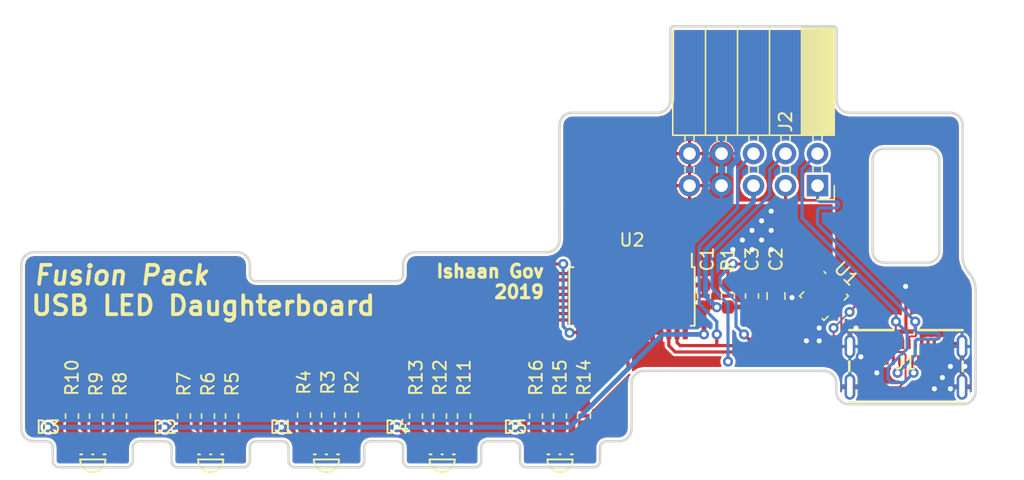
<source format=kicad_pcb>
(kicad_pcb (version 20171130) (host pcbnew "(5.0.0)")
  (layers (0 F.Cu signal) (31 B.Cu signal) (34 B.Paste user) (35 F.Paste user) (36 B.SilkS user) (37 F.SilkS user) (38 B.Mask user) (39 F.Mask user) (44 Edge.Cuts user))
  (net 0 "")
  (net 1 GND)
  (net 2 +3V3)
  (net 3 "Net-(D1-Pad2)")
  (net 4 "Net-(D1-Pad4)")
  (net 5 "Net-(D1-Pad3)")
  (net 6 "Net-(D2-Pad3)")
  (net 7 "Net-(D2-Pad4)")
  (net 8 "Net-(D2-Pad2)")
  (net 9 "Net-(D3-Pad2)")
  (net 10 "Net-(D3-Pad4)")
  (net 11 "Net-(D3-Pad3)")
  (net 12 "Net-(D4-Pad3)")
  (net 13 "Net-(D4-Pad4)")
  (net 14 "Net-(D4-Pad2)")
  (net 15 "Net-(D5-Pad2)")
  (net 16 "Net-(D5-Pad4)")
  (net 17 "Net-(D5-Pad3)")
  (net 18 VBUS)
  (net 19 "Net-(J1-PadA5)")
  (net 20 /D+)
  (net 21 /D-)
  (net 22 "Net-(J1-PadB5)")
  (net 23 /INT)
  (net 24 /SCL)
  (net 25 /SDA)
  (net 26 "Net-(R2-Pad2)")
  (net 27 "Net-(R3-Pad2)")
  (net 28 "Net-(R4-Pad2)")
  (net 29 "Net-(R5-Pad2)")
  (net 30 "Net-(R6-Pad2)")
  (net 31 "Net-(R7-Pad2)")
  (net 32 "Net-(R8-Pad2)")
  (net 33 "Net-(R9-Pad2)")
  (net 34 "Net-(R10-Pad2)")
  (net 35 "Net-(R11-Pad2)")
  (net 36 "Net-(R12-Pad2)")
  (net 37 "Net-(R13-Pad2)")
  (net 38 "Net-(R14-Pad2)")
  (net 39 "Net-(R15-Pad2)")
  (net 40 "Net-(R16-Pad2)")
  (module Connector_USB:USB_C_Receptacle_TE_2305018-2 (layer F.Cu) (at 174.25 128)
    (fp_text reference J1 (at -0.028 -1.871) (layer F.SilkS))
    (fp_text value USB_C_Receptacle)
    (pad S1 thru_hole oval (at -4.45 0) (size 0.85 2.05) (drill oval 0.45 1.65) (layers *.Cu *.Mask) (net 1 GND))
    (pad S1 thru_hole oval (at 4.45 0) (size 0.85 2.05) (drill oval 0.45 1.65) (layers *.Cu *.Mask) (net 1 GND))
    (pad S1 thru_hole oval (at -4.45 -3.2) (size 0.85 1.85) (drill oval 0.45 1.45) (layers *.Cu *.Mask) (net 1 GND))
    (pad S1 thru_hole oval (at 4.45 -3.2) (size 0.85 1.85) (drill oval 0.45 1.45) (layers *.Cu *.Mask) (net 1 GND))
    (pad S1 smd rect (at 0 -4.38) (size 1.2 0.35) (layers F.Cu F.Paste F.Mask) (net 1 GND))
    (pad S1 smd rect (at -3.55 -3.375) (size 0.3 0.75) (layers F.Cu F.Paste F.Mask) (net 1 GND))
    (pad A1 smd rect (at -3.05 -3.375) (size 0.25 0.75) (layers F.Cu F.Paste F.Mask) (net 1 GND))
    (pad A2 smd rect (at -2.25 -3.375) (size 0.25 0.75) (layers F.Cu F.Paste F.Mask))
    (pad A3 smd rect (at -1.75 -3.375) (size 0.25 0.75) (layers F.Cu F.Paste F.Mask))
    (pad A4 smd rect (at -1.25 -3.375) (size 0.25 0.75) (layers F.Cu F.Paste F.Mask) (net 18 VBUS))
    (pad A5 smd rect (at -0.75 -3.375) (size 0.25 0.75) (layers F.Cu F.Paste F.Mask) (net 19 "Net-(J1-PadA5)"))
    (pad A6 smd rect (at -0.25 -3.375) (size 0.25 0.75) (layers F.Cu F.Paste F.Mask) (net 20 /D+))
    (pad A7 smd rect (at 0.25 -3.375) (size 0.25 0.75) (layers F.Cu F.Paste F.Mask) (net 21 /D-))
    (pad A8 smd rect (at 0.75 -3.375) (size 0.25 0.75) (layers F.Cu F.Paste F.Mask))
    (pad A9 smd rect (at 1.25 -3.375) (size 0.25 0.75) (layers F.Cu F.Paste F.Mask) (net 18 VBUS))
    (pad A10 smd rect (at 1.75 -3.375) (size 0.25 0.75) (layers F.Cu F.Paste F.Mask))
    (pad A11 smd rect (at 2.25 -3.375) (size 0.25 0.75) (layers F.Cu F.Paste F.Mask))
    (pad A12 smd rect (at 3.05 -3.375) (size 0.25 0.75) (layers F.Cu F.Paste F.Mask) (net 1 GND))
    (pad S1 smd rect (at 3.55 -3.375) (size 0.3 0.75) (layers F.Cu F.Paste F.Mask) (net 1 GND))
    (pad B1 smd rect (at 3 -2.125) (size 0.25 0.75) (layers F.Cu F.Paste F.Mask) (net 1 GND))
    (pad B2 smd rect (at 2.5 -2.125) (size 0.25 0.75) (layers F.Cu F.Paste F.Mask))
    (pad B3 smd rect (at 2 -2.125) (size 0.25 0.75) (layers F.Cu F.Paste F.Mask))
    (pad B4 smd rect (at 1.5 -2.125) (size 0.25 0.75) (layers F.Cu F.Paste F.Mask) (net 18 VBUS))
    (pad B5 smd rect (at 1 -2.125) (size 0.25 0.75) (layers F.Cu F.Paste F.Mask) (net 22 "Net-(J1-PadB5)"))
    (pad B6 smd rect (at 0.5 -2.125) (size 0.25 0.75) (layers F.Cu F.Paste F.Mask) (net 20 /D+))
    (pad B7 smd rect (at -0.5 -2.125) (size 0.25 0.75) (layers F.Cu F.Paste F.Mask) (net 21 /D-))
    (pad B8 smd rect (at -1 -2.125) (size 0.25 0.75) (layers F.Cu F.Paste F.Mask))
    (pad B9 smd rect (at -1.5 -2.125) (size 0.25 0.75) (layers F.Cu F.Paste F.Mask) (net 18 VBUS))
    (pad B10 smd rect (at -2 -2.125) (size 0.25 0.75) (layers F.Cu F.Paste F.Mask))
    (pad B11 smd rect (at -2.5 -2.125) (size 0.25 0.75) (layers F.Cu F.Paste F.Mask))
    (pad B12 smd rect (at -3 -2.125) (size 0.25 0.75) (layers F.Cu F.Paste F.Mask) (net 1 GND))
  )
  (module Capacitor_SMD:C_0603_1608Metric_Pad1.05x0.95mm_HandSolder (layer F.Cu) (at 158.22 120.795 90)
    (fp_text reference C1 (at 2.921 0.254 90) (layer F.SilkS))
    (fp_text value 100n)
    (pad 2 smd roundrect (at 0.875 0 90) (size 1.05 0.95) (layers F.Cu F.Paste F.Mask) (net 1 GND))
    (pad 1 smd roundrect (at -0.875 0 90) (size 1.05 0.95) (layers F.Cu F.Paste F.Mask) (net 2 +3V3))
  )
  (module Capacitor_SMD:C_0805_2012Metric_Pad1.15x1.40mm_HandSolder (layer F.Cu) (at 163.935 120.795 90)
    (fp_text reference C2 (at 2.921 0 90) (layer F.SilkS))
    (fp_text value 4u7)
    (pad 2 smd roundrect (at 1.025 0 90) (size 1.15 1.4) (layers F.Cu F.Paste F.Mask) (roundrect_rratio 0.217391) (net 1 GND))
    (pad 1 smd roundrect (at -1.025 0 90) (size 1.15 1.4) (layers F.Cu F.Paste F.Mask) (roundrect_rratio 0.217391) (net 2 +3V3))
  )
  (module Capacitor_SMD:C_0603_1608Metric_Pad1.05x0.95mm_HandSolder (layer F.Cu) (at 162.03 120.795 90)
    (fp_text reference C3 (at 2.921 0 90) (layer F.SilkS))
    (fp_text value 100n)
    (pad 2 smd roundrect (at 0.875 0 90) (size 1.05 0.95) (layers F.Cu F.Paste F.Mask) (net 1 GND))
    (pad 1 smd roundrect (at -0.875 0 90) (size 1.05 0.95) (layers F.Cu F.Paste F.Mask) (net 2 +3V3))
  )
  (module LED_SMD:LED_RGB_Wurth_1204_Right (layer F.Cu) (at 128.25 133.567)
    (fp_text reference D1 (at -3.558 -2.358) (layer F.SilkS))
    (fp_text value LED_ARGB)
    (pad 3 smd rect (at 0.45 -0.325) (size 0.6 0.6) (layers F.Cu F.Paste F.Mask) (net 5 "Net-(D1-Pad3)"))
    (pad 4 smd rect (at -0.45 -0.325) (size 0.6 0.6) (layers F.Cu F.Paste F.Mask) (net 4 "Net-(D1-Pad4)"))
    (pad 2 smd rect (at 1.4 0) (size 0.6 0.9) (layers F.Cu F.Paste F.Mask) (net 3 "Net-(D1-Pad2)"))
    (pad 1 smd rect (at -1.4 0) (size 0.6 0.9) (layers F.Cu F.Paste F.Mask) (net 2 +3V3))
  )
  (module LED_SMD:LED_RGB_Wurth_1204_Right (layer F.Cu) (at 119.063 133.567)
    (fp_text reference D2 (at -3.642 -2.358) (layer F.SilkS))
    (fp_text value LED_ARGB)
    (pad 3 smd rect (at 0.45 -0.325) (size 0.6 0.6) (layers F.Cu F.Paste F.Mask) (net 6 "Net-(D2-Pad3)"))
    (pad 4 smd rect (at -0.45 -0.325) (size 0.6 0.6) (layers F.Cu F.Paste F.Mask) (net 7 "Net-(D2-Pad4)"))
    (pad 2 smd rect (at 1.4 0) (size 0.6 0.9) (layers F.Cu F.Paste F.Mask) (net 8 "Net-(D2-Pad2)"))
    (pad 1 smd rect (at -1.4 0) (size 0.6 0.9) (layers F.Cu F.Paste F.Mask) (net 2 +3V3))
  )
  (module LED_SMD:LED_RGB_Wurth_1204_Right (layer F.Cu) (at 109.706 133.567)
    (fp_text reference D3 (at -3.556 -2.358) (layer F.SilkS))
    (fp_text value LED_ARGB)
    (pad 3 smd rect (at 0.45 -0.325) (size 0.6 0.6) (layers F.Cu F.Paste F.Mask) (net 11 "Net-(D3-Pad3)"))
    (pad 4 smd rect (at -0.45 -0.325) (size 0.6 0.6) (layers F.Cu F.Paste F.Mask) (net 10 "Net-(D3-Pad4)"))
    (pad 2 smd rect (at 1.4 0) (size 0.6 0.9) (layers F.Cu F.Paste F.Mask) (net 9 "Net-(D3-Pad2)"))
    (pad 1 smd rect (at -1.4 0) (size 0.6 0.9) (layers F.Cu F.Paste F.Mask) (net 2 +3V3))
  )
  (module LED_SMD:LED_RGB_Wurth_1204_Right (layer F.Cu) (at 137.437 133.567)
    (fp_text reference D4 (at -3.601 -2.358) (layer F.SilkS))
    (fp_text value LED_ARGB)
    (pad 3 smd rect (at 0.45 -0.325) (size 0.6 0.6) (layers F.Cu F.Paste F.Mask) (net 12 "Net-(D4-Pad3)"))
    (pad 4 smd rect (at -0.45 -0.325) (size 0.6 0.6) (layers F.Cu F.Paste F.Mask) (net 13 "Net-(D4-Pad4)"))
    (pad 2 smd rect (at 1.4 0) (size 0.6 0.9) (layers F.Cu F.Paste F.Mask) (net 14 "Net-(D4-Pad2)"))
    (pad 1 smd rect (at -1.4 0) (size 0.6 0.9) (layers F.Cu F.Paste F.Mask) (net 2 +3V3))
  )
  (module LED_SMD:LED_RGB_Wurth_1204_Right (layer F.Cu) (at 146.794 133.567)
    (fp_text reference D5 (at -3.56 -2.358) (layer F.SilkS))
    (fp_text value LED_ARGB)
    (pad 3 smd rect (at 0.45 -0.325) (size 0.6 0.6) (layers F.Cu F.Paste F.Mask) (net 17 "Net-(D5-Pad3)"))
    (pad 4 smd rect (at -0.45 -0.325) (size 0.6 0.6) (layers F.Cu F.Paste F.Mask) (net 16 "Net-(D5-Pad4)"))
    (pad 2 smd rect (at 1.4 0) (size 0.6 0.9) (layers F.Cu F.Paste F.Mask) (net 15 "Net-(D5-Pad2)"))
    (pad 1 smd rect (at -1.4 0) (size 0.6 0.9) (layers F.Cu F.Paste F.Mask) (net 2 +3V3))
  )
  (module Connector_PinSocket_2.54mm:PinSocket_2x05_P2.54mm_Horizontal (layer F.Cu) (at 167.23 112.033 270)
    (fp_text reference J2 (at -5.081 2.533 270) (layer F.SilkS))
    (fp_text value Conn_02x05_Odd_Even)
    (pad 10 thru_hole oval (at -2.54 10.16 270) (size 1.7 1.7) (drill 1) (layers *.Cu *.Mask) (net 18 VBUS))
    (pad 9 thru_hole oval (at 0 10.16 270) (size 1.7 1.7) (drill 1) (layers *.Cu *.Mask) (net 18 VBUS))
    (pad 8 thru_hole oval (at -2.54 7.62 270) (size 1.7 1.7) (drill 1) (layers *.Cu *.Mask) (net 1 GND))
    (pad 7 thru_hole oval (at 0 7.62 270) (size 1.7 1.7) (drill 1) (layers *.Cu *.Mask) (net 1 GND))
    (pad 6 thru_hole oval (at -2.54 5.08 270) (size 1.7 1.7) (drill 1) (layers *.Cu *.Mask) (net 25 /SDA))
    (pad 5 thru_hole oval (at 0 5.08 270) (size 1.7 1.7) (drill 1) (layers *.Cu *.Mask) (net 2 +3V3))
    (pad 4 thru_hole oval (at -2.54 2.54 270) (size 1.7 1.7) (drill 1) (layers *.Cu *.Mask) (net 24 /SCL))
    (pad 3 thru_hole oval (at 0 2.54 270) (size 1.7 1.7) (drill 1) (layers *.Cu *.Mask) (net 23 /INT))
    (pad 2 thru_hole oval (at -2.54 0 270) (size 1.7 1.7) (drill 1) (layers *.Cu *.Mask) (net 20 /D+))
    (pad 1 thru_hole rect (at 0 0 270) (size 1.7 1.7) (drill 1) (layers *.Cu *.Mask) (net 21 /D-))
  )
  (module Resistor_SMD:R_0603_1608Metric_Pad1.05x0.95mm_HandSolder (layer F.Cu) (at 160.125 120.795 270)
    (fp_text reference R1 (at -2.921 0 270) (layer F.SilkS))
    (fp_text value 10k)
    (pad 2 smd roundrect (at 0.875 0 270) (size 1.05 0.95) (layers F.Cu F.Paste F.Mask) (net 2 +3V3))
    (pad 1 smd roundrect (at -0.875 0 270) (size 1.05 0.95) (layers F.Cu F.Paste F.Mask) (net 23 /INT))
  )
  (module Resistor_SMD:R_0603_1608Metric_Pad1.05x0.95mm_HandSolder (layer F.Cu) (at 130.28 130.25 90)
    (fp_text reference R2 (at 2.597 0 90) (layer F.SilkS))
    (fp_text value 68R)
    (pad 2 smd roundrect (at 0.875 0 90) (size 1.05 0.95) (layers F.Cu F.Paste F.Mask) (net 26 "Net-(R2-Pad2)"))
    (pad 1 smd roundrect (at -0.875 0 90) (size 1.05 0.95) (layers F.Cu F.Paste F.Mask) (net 3 "Net-(D1-Pad2)"))
  )
  (module Resistor_SMD:R_0603_1608Metric_Pad1.05x0.95mm_HandSolder (layer F.Cu) (at 128.375 130.25 90)
    (fp_text reference R3 (at 2.597 0 90) (layer F.SilkS))
    (fp_text value 27R)
    (pad 2 smd roundrect (at 0.875 0 90) (size 1.05 0.95) (layers F.Cu F.Paste F.Mask) (net 27 "Net-(R3-Pad2)"))
    (pad 1 smd roundrect (at -0.875 0 90) (size 1.05 0.95) (layers F.Cu F.Paste F.Mask) (net 5 "Net-(D1-Pad3)"))
  )
  (module Resistor_SMD:R_0603_1608Metric_Pad1.05x0.95mm_HandSolder (layer F.Cu) (at 126.47 130.25 90)
    (fp_text reference R4 (at 2.597 0 90) (layer F.SilkS))
    (fp_text value 15R)
    (pad 2 smd roundrect (at 0.875 0 90) (size 1.05 0.95) (layers F.Cu F.Paste F.Mask) (net 28 "Net-(R4-Pad2)"))
    (pad 1 smd roundrect (at -0.875 0 90) (size 1.05 0.95) (layers F.Cu F.Paste F.Mask) (net 4 "Net-(D1-Pad4)"))
  )
  (module Resistor_SMD:R_0603_1608Metric_Pad1.05x0.95mm_HandSolder (layer F.Cu) (at 120.755 130.32 90)
    (fp_text reference R5 (at 2.54 0 90) (layer F.SilkS))
    (fp_text value 68R)
    (pad 2 smd roundrect (at 0.875 0 90) (size 1.05 0.95) (layers F.Cu F.Paste F.Mask) (net 29 "Net-(R5-Pad2)"))
    (pad 1 smd roundrect (at -0.875 0 90) (size 1.05 0.95) (layers F.Cu F.Paste F.Mask) (net 8 "Net-(D2-Pad2)"))
  )
  (module Resistor_SMD:R_0603_1608Metric_Pad1.05x0.95mm_HandSolder (layer F.Cu) (at 118.85 130.32 90)
    (fp_text reference R6 (at 2.54 0 90) (layer F.SilkS))
    (fp_text value 27R)
    (pad 2 smd roundrect (at 0.875 0 90) (size 1.05 0.95) (layers F.Cu F.Paste F.Mask) (net 30 "Net-(R6-Pad2)"))
    (pad 1 smd roundrect (at -0.875 0 90) (size 1.05 0.95) (layers F.Cu F.Paste F.Mask) (net 6 "Net-(D2-Pad3)"))
  )
  (module Resistor_SMD:R_0603_1608Metric_Pad1.05x0.95mm_HandSolder (layer F.Cu) (at 116.945 130.32 90)
    (fp_text reference R7 (at 2.54 0 90) (layer F.SilkS))
    (fp_text value 15R)
    (pad 2 smd roundrect (at 0.875 0 90) (size 1.05 0.95) (layers F.Cu F.Paste F.Mask) (net 31 "Net-(R7-Pad2)"))
    (pad 1 smd roundrect (at -0.875 0 90) (size 1.05 0.95) (layers F.Cu F.Paste F.Mask) (net 7 "Net-(D2-Pad4)"))
  )
  (module Resistor_SMD:R_0603_1608Metric_Pad1.05x0.95mm_HandSolder (layer F.Cu) (at 111.865 130.32 90)
    (fp_text reference R8 (at 2.54 0 90) (layer F.SilkS))
    (fp_text value 68R)
    (pad 2 smd roundrect (at 0.875 0 90) (size 1.05 0.95) (layers F.Cu F.Paste F.Mask) (net 32 "Net-(R8-Pad2)"))
    (pad 1 smd roundrect (at -0.875 0 90) (size 1.05 0.95) (layers F.Cu F.Paste F.Mask) (net 9 "Net-(D3-Pad2)"))
  )
  (module Resistor_SMD:R_0603_1608Metric_Pad1.05x0.95mm_HandSolder (layer F.Cu) (at 109.96 130.32 90)
    (fp_text reference R9 (at 2.54 0 90) (layer F.SilkS))
    (fp_text value 27R)
    (pad 2 smd roundrect (at 0.875 0 90) (size 1.05 0.95) (layers F.Cu F.Paste F.Mask) (net 33 "Net-(R9-Pad2)"))
    (pad 1 smd roundrect (at -0.875 0 90) (size 1.05 0.95) (layers F.Cu F.Paste F.Mask) (net 11 "Net-(D3-Pad3)"))
  )
  (module Resistor_SMD:R_0603_1608Metric_Pad1.05x0.95mm_HandSolder (layer F.Cu) (at 108.055 130.32 90)
    (fp_text reference R10 (at 3.048 0 90) (layer F.SilkS))
    (fp_text value 15R)
    (pad 2 smd roundrect (at 0.875 0 90) (size 1.05 0.95) (layers F.Cu F.Paste F.Mask) (net 34 "Net-(R10-Pad2)"))
    (pad 1 smd roundrect (at -0.875 0 90) (size 1.05 0.95) (layers F.Cu F.Paste F.Mask) (net 10 "Net-(D3-Pad4)"))
  )
  (module Resistor_SMD:R_0603_1608Metric_Pad1.05x0.95mm_HandSolder (layer F.Cu) (at 139.17 130.32 90)
    (fp_text reference R11 (at 3.048 0 90) (layer F.SilkS))
    (fp_text value 68R)
    (pad 2 smd roundrect (at 0.875 0 90) (size 1.05 0.95) (layers F.Cu F.Paste F.Mask) (net 35 "Net-(R11-Pad2)"))
    (pad 1 smd roundrect (at -0.875 0 90) (size 1.05 0.95) (layers F.Cu F.Paste F.Mask) (net 14 "Net-(D4-Pad2)"))
  )
  (module Resistor_SMD:R_0603_1608Metric_Pad1.05x0.95mm_HandSolder (layer F.Cu) (at 137.265 130.32 90)
    (fp_text reference R12 (at 3.048 0 90) (layer F.SilkS))
    (fp_text value 27R)
    (pad 2 smd roundrect (at 0.875 0 90) (size 1.05 0.95) (layers F.Cu F.Paste F.Mask) (net 36 "Net-(R12-Pad2)"))
    (pad 1 smd roundrect (at -0.875 0 90) (size 1.05 0.95) (layers F.Cu F.Paste F.Mask) (net 12 "Net-(D4-Pad3)"))
  )
  (module Resistor_SMD:R_0603_1608Metric_Pad1.05x0.95mm_HandSolder (layer F.Cu) (at 135.36 130.32 90)
    (fp_text reference R13 (at 3.048 0 90) (layer F.SilkS))
    (fp_text value 15R)
    (pad 2 smd roundrect (at 0.875 0 90) (size 1.05 0.95) (layers F.Cu F.Paste F.Mask) (net 37 "Net-(R13-Pad2)"))
    (pad 1 smd roundrect (at -0.875 0 90) (size 1.05 0.95) (layers F.Cu F.Paste F.Mask) (net 13 "Net-(D4-Pad4)"))
  )
  (module Resistor_SMD:R_0603_1608Metric_Pad1.05x0.95mm_HandSolder (layer F.Cu) (at 148.695 130.32 90)
    (fp_text reference R14 (at 3.048 0 90) (layer F.SilkS))
    (fp_text value 68R)
    (pad 2 smd roundrect (at 0.875 0 90) (size 1.05 0.95) (layers F.Cu F.Paste F.Mask) (net 38 "Net-(R14-Pad2)"))
    (pad 1 smd roundrect (at -0.875 0 90) (size 1.05 0.95) (layers F.Cu F.Paste F.Mask) (net 15 "Net-(D5-Pad2)"))
  )
  (module Resistor_SMD:R_0603_1608Metric_Pad1.05x0.95mm_HandSolder (layer F.Cu) (at 146.79 130.32 90)
    (fp_text reference R15 (at 3.048 0 90) (layer F.SilkS))
    (fp_text value 27R)
    (pad 2 smd roundrect (at 0.875 0 90) (size 1.05 0.95) (layers F.Cu F.Paste F.Mask) (net 39 "Net-(R15-Pad2)"))
    (pad 1 smd roundrect (at -0.875 0 90) (size 1.05 0.95) (layers F.Cu F.Paste F.Mask) (net 17 "Net-(D5-Pad3)"))
  )
  (module Resistor_SMD:R_0603_1608Metric_Pad1.05x0.95mm_HandSolder (layer F.Cu) (at 144.885 130.32 90)
    (fp_text reference R16 (at 3.048 0 90) (layer F.SilkS))
    (fp_text value 15R)
    (pad 2 smd roundrect (at 0.875 0 90) (size 1.05 0.95) (layers F.Cu F.Paste F.Mask) (net 40 "Net-(R16-Pad2)"))
    (pad 1 smd roundrect (at -0.875 0 90) (size 1.05 0.95) (layers F.Cu F.Paste F.Mask) (net 16 "Net-(D5-Pad4)"))
  )
  (module Package_DFN_QFN:WQFN-14-1EP_2.5x2.5mm_P0.5mm_EP1.45x1.45mm (layer F.Cu) (at 167.745 120.795 315)
    (fp_text reference U1 (at 0 -2.5 315) (layer F.SilkS))
    (fp_text value FUSB302BMPX)
    (pad 2 smd rect (at -1.215 0 315) (size 0.58 0.3) (layers F.Cu F.Paste F.Mask) (net 18 VBUS))
    (pad 1 smd rect (at -1.215 -0.5 315) (size 0.58 0.3) (layers F.Cu F.Paste F.Mask) (net 22 "Net-(J1-PadB5)"))
    (pad 3 smd rect (at -1.215 0.5 315) (size 0.58 0.3) (layers F.Cu F.Paste F.Mask) (net 2 +3V3))
    (pad 8 smd rect (at 1.215 0.5 315) (size 0.58 0.3) (layers F.Cu F.Paste F.Mask) (net 1 GND))
    (pad 10 smd rect (at 1.215 -0.5 315) (size 0.58 0.3) (layers F.Cu F.Paste F.Mask) (net 19 "Net-(J1-PadA5)"))
    (pad 9 smd rect (at 1.215 0 315) (size 0.58 0.3) (layers F.Cu F.Paste F.Mask) (net 1 GND))
    (pad 4 smd rect (at -0.75 1.215 315) (size 0.3 0.58) (layers F.Cu F.Paste F.Mask) (net 2 +3V3))
    (pad 5 smd rect (at -0.25 1.215 315) (size 0.3 0.58) (layers F.Cu F.Paste F.Mask) (net 23 /INT))
    (pad 6 smd rect (at 0.25 1.215 315) (size 0.3 0.58) (layers F.Cu F.Paste F.Mask) (net 25 /SDA))
    (pad 7 smd rect (at 0.75 1.215 315) (size 0.3 0.58) (layers F.Cu F.Paste F.Mask) (net 24 /SCL))
    (pad 11 smd rect (at 0.75 -1.215 315) (size 0.3 0.58) (layers F.Cu F.Paste F.Mask) (net 19 "Net-(J1-PadA5)"))
    (pad 12 smd rect (at 0.25 -1.215 315) (size 0.3 0.58) (layers F.Cu F.Paste F.Mask))
    (pad 13 smd rect (at -0.25 -1.215 315) (size 0.3 0.58) (layers F.Cu F.Paste F.Mask))
    (pad 14 smd rect (at -0.75 -1.215 315) (size 0.3 0.58) (layers F.Cu F.Paste F.Mask) (net 22 "Net-(J1-PadB5)"))
    (pad 15 smd rect (at 0 0 315) (size 1.45 1.45) (layers F.Cu F.Mask) (net 1 GND))
  )
  (module Package_SO:TSSOP-28_4.4x9.7mm_P0.65mm (layer F.Cu) (at 152.505 120.83 270)
    (fp_text reference U2 (at -4.48 0 180) (layer F.SilkS))
    (fp_text value PCA9685PW)
    (pad 28 smd rect (at 2.85 -4.225 270) (size 1.1 0.4) (layers F.Cu F.Paste F.Mask) (net 2 +3V3))
    (pad 27 smd rect (at 2.85 -3.575 270) (size 1.1 0.4) (layers F.Cu F.Paste F.Mask) (net 25 /SDA))
    (pad 26 smd rect (at 2.85 -2.925 270) (size 1.1 0.4) (layers F.Cu F.Paste F.Mask) (net 24 /SCL))
    (pad 25 smd rect (at 2.85 -2.275 270) (size 1.1 0.4) (layers F.Cu F.Paste F.Mask) (net 1 GND))
    (pad 24 smd rect (at 2.85 -1.625 270) (size 1.1 0.4) (layers F.Cu F.Paste F.Mask) (net 1 GND))
    (pad 23 smd rect (at 2.85 -0.975 270) (size 1.1 0.4) (layers F.Cu F.Paste F.Mask) (net 1 GND))
    (pad 22 smd rect (at 2.85 -0.325 270) (size 1.1 0.4) (layers F.Cu F.Paste F.Mask))
    (pad 21 smd rect (at 2.85 0.325 270) (size 1.1 0.4) (layers F.Cu F.Paste F.Mask) (net 38 "Net-(R14-Pad2)"))
    (pad 20 smd rect (at 2.85 0.975 270) (size 1.1 0.4) (layers F.Cu F.Paste F.Mask) (net 39 "Net-(R15-Pad2)"))
    (pad 19 smd rect (at 2.85 1.625 270) (size 1.1 0.4) (layers F.Cu F.Paste F.Mask) (net 40 "Net-(R16-Pad2)"))
    (pad 18 smd rect (at 2.85 2.275 270) (size 1.1 0.4) (layers F.Cu F.Paste F.Mask) (net 35 "Net-(R11-Pad2)"))
    (pad 17 smd rect (at 2.85 2.925 270) (size 1.1 0.4) (layers F.Cu F.Paste F.Mask) (net 36 "Net-(R12-Pad2)"))
    (pad 16 smd rect (at 2.85 3.575 270) (size 1.1 0.4) (layers F.Cu F.Paste F.Mask) (net 37 "Net-(R13-Pad2)"))
    (pad 15 smd rect (at 2.85 4.225 270) (size 1.1 0.4) (layers F.Cu F.Paste F.Mask) (net 34 "Net-(R10-Pad2)"))
    (pad 14 smd rect (at -2.85 4.225 270) (size 1.1 0.4) (layers F.Cu F.Paste F.Mask) (net 1 GND))
    (pad 13 smd rect (at -2.85 3.575 270) (size 1.1 0.4) (layers F.Cu F.Paste F.Mask) (net 33 "Net-(R9-Pad2)"))
    (pad 12 smd rect (at -2.85 2.925 270) (size 1.1 0.4) (layers F.Cu F.Paste F.Mask) (net 32 "Net-(R8-Pad2)"))
    (pad 11 smd rect (at -2.85 2.275 270) (size 1.1 0.4) (layers F.Cu F.Paste F.Mask) (net 31 "Net-(R7-Pad2)"))
    (pad 10 smd rect (at -2.85 1.625 270) (size 1.1 0.4) (layers F.Cu F.Paste F.Mask) (net 30 "Net-(R6-Pad2)"))
    (pad 9 smd rect (at -2.85 0.975 270) (size 1.1 0.4) (layers F.Cu F.Paste F.Mask) (net 29 "Net-(R5-Pad2)"))
    (pad 8 smd rect (at -2.85 0.325 270) (size 1.1 0.4) (layers F.Cu F.Paste F.Mask) (net 28 "Net-(R4-Pad2)"))
    (pad 7 smd rect (at -2.85 -0.325 270) (size 1.1 0.4) (layers F.Cu F.Paste F.Mask) (net 27 "Net-(R3-Pad2)"))
    (pad 6 smd rect (at -2.85 -0.975 270) (size 1.1 0.4) (layers F.Cu F.Paste F.Mask) (net 26 "Net-(R2-Pad2)"))
    (pad 5 smd rect (at -2.85 -1.625 270) (size 1.1 0.4) (layers F.Cu F.Paste F.Mask) (net 1 GND))
    (pad 4 smd rect (at -2.85 -2.275 270) (size 1.1 0.4) (layers F.Cu F.Paste F.Mask) (net 1 GND))
    (pad 3 smd rect (at -2.85 -2.925 270) (size 1.1 0.4) (layers F.Cu F.Paste F.Mask) (net 1 GND))
    (pad 2 smd rect (at -2.85 -3.575 270) (size 1.1 0.4) (layers F.Cu F.Paste F.Mask) (net 1 GND))
    (pad 1 smd rect (at -2.85 -4.225 270) (size 1.1 0.4) (layers F.Cu F.Paste F.Mask) (net 1 GND))
  )
  (gr_text "Ishaan Gov\n2019" (at 145.647 119.652) (layer F.SilkS) (effects (font (size 1.016 1.016) (thickness 0.254)) (justify right)))
  (gr_text "Fusion Pack" (at 111.992 119.144) (layer F.SilkS) (effects (font (size 1.5 1.5) (thickness 0.3) italic)))
  (gr_text "USB LED Daughterboard" (at 118.469 121.557) (layer F.SilkS) (effects (font (size 1.5 1.5) (thickness 0.3))))
  (gr_arc (start 176 117.25) (end 176 118.15) (angle -90) (layer Edge.Cuts) (width 0.2))
  (gr_line (start 176.9 110) (end 176.9 117.25) (layer Edge.Cuts) (width 0.2))
  (gr_line (start 140.544594 133.887594) (end 140.544594 132.824523) (layer Edge.Cuts) (width 0.2))
  (gr_arc (start 150.46974 132.824523) (end 150.46974 132.324523) (angle -90) (layer Edge.Cuts) (width 0.2))
  (gr_line (start 144.118853 134.387594) (end 149.46974 134.387594) (layer Edge.Cuts) (width 0.2))
  (gr_arc (start 144.118853 133.887594) (end 143.618853 133.887594) (angle -90) (layer Edge.Cuts) (width 0.2))
  (gr_line (start 141.044594 132.324523) (end 143.118853 132.324523) (layer Edge.Cuts) (width 0.2))
  (gr_line (start 149.96974 133.887594) (end 149.96974 132.824523) (layer Edge.Cuts) (width 0.2))
  (gr_arc (start 149.46974 133.887594) (end 149.46974 134.387594) (angle -90) (layer Edge.Cuts) (width 0.2))
  (gr_line (start 143.618853 132.824523) (end 143.618853 133.887594) (layer Edge.Cuts) (width 0.2))
  (gr_line (start 150.46974 132.324523) (end 151.46974 132.324523) (layer Edge.Cuts) (width 0.2))
  (gr_arc (start 141.044594 132.824523) (end 141.044594 132.324523) (angle -90) (layer Edge.Cuts) (width 0.2))
  (gr_arc (start 143.118853 132.824523) (end 143.618853 132.824523) (angle -90) (layer Edge.Cuts) (width 0.2))
  (gr_arc (start 153.46974 127.732704) (end 153.46974 126.732704) (angle -90) (layer Edge.Cuts) (width 0.2))
  (gr_line (start 168.725 127.732704) (end 168.725 128.387594) (layer Edge.Cuts) (width 0.2))
  (gr_arc (start 167.725 127.732704) (end 168.725 127.732704) (angle -90) (layer Edge.Cuts) (width 0.2))
  (gr_arc (start 151.46974 131.324523) (end 151.46974 132.324523) (angle -90) (layer Edge.Cuts) (width 0.2))
  (gr_arc (start 177.775 120.313373) (end 179.775 120.313373) (angle -41.94815454) (layer Edge.Cuts) (width 0.2))
  (gr_arc (start 178.775 128.387594) (end 178.775 129.387594) (angle -90) (layer Edge.Cuts) (width 0.2))
  (gr_line (start 152.46974 131.324523) (end 152.46974 127.732704) (layer Edge.Cuts) (width 0.2))
  (gr_line (start 169.725 129.387594) (end 178.775 129.387594) (layer Edge.Cuts) (width 0.2))
  (gr_arc (start 169.725 128.387594) (end 168.725 128.387594) (angle -90) (layer Edge.Cuts) (width 0.2))
  (gr_line (start 179.775 128.387594) (end 179.775 120.313373) (layer Edge.Cuts) (width 0.2))
  (gr_line (start 153.46974 126.732704) (end 167.725 126.732704) (layer Edge.Cuts) (width 0.2))
  (gr_arc (start 106.03026 132.824523) (end 106.53026 132.824523) (angle -90) (layer Edge.Cuts) (width 0.2))
  (gr_arc (start 107.03026 133.887594) (end 106.53026 133.887594) (angle -90) (layer Edge.Cuts) (width 0.2))
  (gr_line (start 106.53026 132.824523) (end 106.53026 133.887594) (layer Edge.Cuts) (width 0.2))
  (gr_arc (start 105.03026 131.324523) (end 104.03026 131.324523) (angle -90) (layer Edge.Cuts) (width 0.2))
  (gr_line (start 104.03026 118.324523) (end 104.03026 131.324523) (layer Edge.Cuts) (width 0.2))
  (gr_arc (start 105.03026 118.324523) (end 105.03026 117.324523) (angle -90) (layer Edge.Cuts) (width 0.2))
  (gr_arc (start 113.381146 132.824523) (end 113.381146 132.324523) (angle -90) (layer Edge.Cuts) (width 0.2))
  (gr_line (start 112.881146 133.887594) (end 112.881146 132.824523) (layer Edge.Cuts) (width 0.2))
  (gr_arc (start 112.381146 133.887594) (end 112.381146 134.387594) (angle -90) (layer Edge.Cuts) (width 0.2))
  (gr_line (start 107.03026 134.387594) (end 112.381146 134.387594) (layer Edge.Cuts) (width 0.2))
  (gr_line (start 105.03026 132.324523) (end 106.03026 132.324523) (layer Edge.Cuts) (width 0.2))
  (gr_line (start 134.329698 132.824523) (end 134.329698 133.887594) (layer Edge.Cuts) (width 0.2))
  (gr_arc (start 130.752713 133.887594) (end 130.752713 134.387594) (angle -90) (layer Edge.Cuts) (width 0.2))
  (gr_line (start 125.747287 134.387594) (end 130.752713 134.387594) (layer Edge.Cuts) (width 0.2))
  (gr_arc (start 125.747287 133.887594) (end 125.247287 133.887594) (angle -90) (layer Edge.Cuts) (width 0.2))
  (gr_arc (start 140.044594 133.887594) (end 140.044594 134.387594) (angle -90) (layer Edge.Cuts) (width 0.2))
  (gr_arc (start 133.829698 132.824523) (end 134.329698 132.824523) (angle -90) (layer Edge.Cuts) (width 0.2))
  (gr_line (start 134.829698 134.387594) (end 140.044594 134.387594) (layer Edge.Cuts) (width 0.2))
  (gr_arc (start 134.829698 133.887594) (end 134.329698 133.887594) (angle -90) (layer Edge.Cuts) (width 0.2))
  (gr_line (start 131.252713 133.887594) (end 131.252713 132.824523) (layer Edge.Cuts) (width 0.2))
  (gr_line (start 131.752713 132.324523) (end 133.829698 132.324523) (layer Edge.Cuts) (width 0.2))
  (gr_arc (start 131.752713 132.824523) (end 131.752713 132.324523) (angle -90) (layer Edge.Cuts) (width 0.2))
  (gr_line (start 168.75 105.25) (end 168.75 99.635787) (layer Edge.Cuts) (width 0.2))
  (gr_line (start 177.75 106.25) (end 169.75 106.25) (layer Edge.Cuts) (width 0.2))
  (gr_line (start 178.75 117.639541) (end 178.75 107.25) (layer Edge.Cuts) (width 0.2))
  (gr_arc (start 177.75 107.25) (end 178.75 107.25) (angle -90) (layer Edge.Cuts) (width 0.2))
  (gr_arc (start 180.75 117.639541) (end 178.75 117.639541) (angle -41.94815454) (layer Edge.Cuts) (width 0.2))
  (gr_arc (start 169.75 105.25) (end 168.75 105.25) (angle -90) (layer Edge.Cuts) (width 0.2))
  (gr_arc (start 135.329698 118.324523) (end 135.329698 117.324523) (angle -90) (layer Edge.Cuts) (width 0.2))
  (gr_arc (start 145.75 116.324523) (end 145.75 117.324523) (angle -90) (layer Edge.Cuts) (width 0.2))
  (gr_line (start 146.75 107.25) (end 146.75 116.324523) (layer Edge.Cuts) (width 0.2))
  (gr_arc (start 154.55 105.25) (end 154.55 106.25) (angle -90) (layer Edge.Cuts) (width 0.2))
  (gr_line (start 168.5 99.385787) (end 155.8 99.385787) (layer Edge.Cuts) (width 0.2))
  (gr_line (start 171.6 117.25) (end 171.6 110) (layer Edge.Cuts) (width 0.2))
  (gr_line (start 155.55 99.635787) (end 155.55 105.25) (layer Edge.Cuts) (width 0.2))
  (gr_arc (start 155.8 99.635787) (end 155.8 99.385787) (angle -90) (layer Edge.Cuts) (width 0.2))
  (gr_line (start 172.5 109.1) (end 176 109.1) (layer Edge.Cuts) (width 0.2))
  (gr_arc (start 172.5 110) (end 172.5 109.1) (angle -90) (layer Edge.Cuts) (width 0.2))
  (gr_arc (start 172.5 117.25) (end 171.6 117.25) (angle -90) (layer Edge.Cuts) (width 0.2))
  (gr_arc (start 147.75 107.25) (end 147.75 106.25) (angle -90) (layer Edge.Cuts) (width 0.2))
  (gr_arc (start 133.829698 119.120333) (end 133.829698 119.620333) (angle -90) (layer Edge.Cuts) (width 0.2))
  (gr_line (start 122.170301 119.120333) (end 122.170301 118.324523) (layer Edge.Cuts) (width 0.2))
  (gr_line (start 145.75 117.324523) (end 135.329698 117.324523) (layer Edge.Cuts) (width 0.2))
  (gr_line (start 134.329698 118.324523) (end 134.329698 119.120333) (layer Edge.Cuts) (width 0.2))
  (gr_arc (start 168.5 99.635787) (end 168.75 99.635787) (angle -90) (layer Edge.Cuts) (width 0.2))
  (gr_line (start 176 118.15) (end 172.5 118.15) (layer Edge.Cuts) (width 0.2))
  (gr_line (start 154.55 106.25) (end 147.75 106.25) (layer Edge.Cuts) (width 0.2))
  (gr_line (start 121.170301 117.324523) (end 105.03026 117.324523) (layer Edge.Cuts) (width 0.2))
  (gr_arc (start 121.170301 118.324523) (end 122.170301 118.324523) (angle -90) (layer Edge.Cuts) (width 0.2))
  (gr_arc (start 122.670301 119.120333) (end 122.170301 119.120333) (angle -90) (layer Edge.Cuts) (width 0.2))
  (gr_line (start 133.829698 119.620333) (end 122.670301 119.620333) (layer Edge.Cuts) (width 0.2))
  (gr_line (start 113.381146 132.324523) (end 115.455406 132.324523) (layer Edge.Cuts) (width 0.2))
  (gr_arc (start 124.747287 132.824523) (end 125.247287 132.824523) (angle -90) (layer Edge.Cuts) (width 0.2))
  (gr_line (start 122.670301 132.324523) (end 124.747287 132.324523) (layer Edge.Cuts) (width 0.2))
  (gr_arc (start 121.670301 133.887594) (end 121.670301 134.387594) (angle -90) (layer Edge.Cuts) (width 0.2))
  (gr_line (start 115.955406 132.824523) (end 115.955406 133.887594) (layer Edge.Cuts) (width 0.2))
  (gr_line (start 116.455406 134.387594) (end 121.670301 134.387594) (layer Edge.Cuts) (width 0.2))
  (gr_line (start 125.247287 132.824523) (end 125.247287 133.887594) (layer Edge.Cuts) (width 0.2))
  (gr_arc (start 122.670301 132.824523) (end 122.670301 132.324523) (angle -90) (layer Edge.Cuts) (width 0.2))
  (gr_line (start 122.170301 133.887594) (end 122.170301 132.824523) (layer Edge.Cuts) (width 0.2))
  (gr_arc (start 116.455406 133.887594) (end 115.955406 133.887594) (angle -90) (layer Edge.Cuts) (width 0.2))
  (gr_arc (start 115.455406 132.824523) (end 115.955406 132.824523) (angle -90) (layer Edge.Cuts) (width 0.2))
  (gr_arc (start 176 110) (end 176.9 110) (angle -90) (layer Edge.Cuts) (width 0.2))
  (via (at 170.285 123.335) (size 0.8) (drill 0.4) (layers F.Cu B.Cu) (net 1))
  (via (at 177.778 126.383) (size 0.8) (drill 0.4) (layers F.Cu B.Cu) (net 1))
  (via (at 178.921 126.383) (size 0.8) (drill 0.4) (layers F.Cu B.Cu) (net 1))
  (via (at 177.143 127.272) (size 0.8) (drill 0.4) (layers F.Cu B.Cu) (net 1))
  (via (at 177.778 128.161) (size 0.8) (drill 0.4) (layers F.Cu B.Cu) (net 1))
  (via (at 176.508 128.161) (size 0.8) (drill 0.4) (layers F.Cu B.Cu) (net 1))
  (via (at 160.506 117.112) (size 0.8) (drill 0.4) (layers F.Cu B.Cu) (net 1))
  (via (at 161.268 116.35) (size 0.8) (drill 0.4) (layers F.Cu B.Cu) (net 1))
  (via (at 162.03 115.588) (size 0.8) (drill 0.4) (layers F.Cu B.Cu) (net 1))
  (via (at 163.554 114.064) (size 0.8) (drill 0.4) (layers F.Cu B.Cu) (net 1))
  (via (at 162.03 117.112) (size 0.8) (drill 0.4) (layers F.Cu B.Cu) (net 1))
  (via (at 162.792 114.826) (size 0.8) (drill 0.4) (layers F.Cu B.Cu) (net 1))
  (via (at 162.792 116.35) (size 0.8) (drill 0.4) (layers F.Cu B.Cu) (net 1))
  (via (at 163.554 115.588) (size 0.8) (drill 0.4) (layers F.Cu B.Cu) (net 1))
  (via (at 163.554 117.112) (size 0.8) (drill 0.4) (layers F.Cu B.Cu) (net 1))
  (segment (start 170.92 124.625) (end 170.7 124.625) (width 0.254) (layer F.Cu) (net 1))
  (segment (start 171.2 124.625) (end 170.92 124.625) (width 0.254) (layer F.Cu) (net 1))
  (segment (start 177.3 124.625) (end 177.8 124.625) (width 0.254) (layer F.Cu) (net 1))
  (via (at 174.222 120.033) (size 0.8) (drill 0.4) (layers F.Cu B.Cu) (net 1))
  (segment (start 174.25 123.62) (end 174.25 120.061) (width 0.254) (layer F.Cu) (net 1))
  (segment (start 174.25 120.061) (end 174.222 120.033) (width 0.254) (layer F.Cu) (net 1))
  (via (at 167.364 124.351) (size 0.8) (drill 0.4) (layers F.Cu B.Cu) (net 1))
  (via (at 166.348 124.351) (size 0.8) (drill 0.4) (layers F.Cu B.Cu) (net 1))
  (segment (start 178.525 124.625) (end 178.7 124.8) (width 0.381) (layer F.Cu) (net 1))
  (segment (start 177.8 124.625) (end 178.525 124.625) (width 0.381) (layer F.Cu) (net 1))
  (segment (start 177.8 126.869) (end 177.397 127.272) (width 0.381) (layer F.Cu) (net 1))
  (segment (start 177.8 124.625) (end 177.8 126.869) (width 0.381) (layer F.Cu) (net 1))
  (via (at 171.936 126.891) (size 0.8) (drill 0.4) (layers F.Cu B.Cu) (net 1))
  (via (at 170.666 125.621) (size 0.8) (drill 0.4) (layers F.Cu B.Cu) (net 1))
  (via (at 165.205 120.922) (size 0.8) (drill 0.4) (layers F.Cu B.Cu) (net 1))
  (via (at 167.364 123.335) (size 0.8) (drill 0.4) (layers F.Cu B.Cu) (net 1))
  (segment (start 159.61 109.493) (end 159.61 112.033) (width 1.905) (layer F.Cu) (net 1))
  (segment (start 159.61 114.692) (end 161.268 116.35) (width 1.905) (layer F.Cu) (net 1))
  (segment (start 159.61 112.033) (end 159.61 114.692) (width 1.905) (layer F.Cu) (net 1))
  (via (at 143.23401 131.209) (size 0.8) (drill 0.4) (layers F.Cu B.Cu) (net 2))
  (segment (start 145.394 133.567) (end 145.394 133.417) (width 0.254) (layer F.Cu) (net 2))
  (segment (start 143.23401 131.25701) (end 143.23401 131.209) (width 0.254) (layer F.Cu) (net 2))
  (segment (start 145.394 133.417) (end 143.23401 131.25701) (width 0.254) (layer F.Cu) (net 2))
  (via (at 133.836 131.209) (size 0.8) (drill 0.4) (layers F.Cu B.Cu) (net 2))
  (segment (start 133.836 131.216) (end 133.836 131.209) (width 0.254) (layer F.Cu) (net 2))
  (segment (start 136.037 133.417) (end 133.836 131.216) (width 0.254) (layer F.Cu) (net 2))
  (segment (start 136.037 133.567) (end 136.037 133.417) (width 0.254) (layer F.Cu) (net 2))
  (via (at 124.692 131.209) (size 0.8) (drill 0.4) (layers F.Cu B.Cu) (net 2))
  (segment (start 124.692 131.259) (end 124.692 131.209) (width 0.254) (layer F.Cu) (net 2))
  (segment (start 126.85 133.417) (end 124.692 131.259) (width 0.254) (layer F.Cu) (net 2))
  (segment (start 126.85 133.567) (end 126.85 133.417) (width 0.254) (layer F.Cu) (net 2))
  (via (at 115.421 131.209) (size 0.8) (drill 0.4) (layers F.Cu B.Cu) (net 2))
  (segment (start 115.455 131.209) (end 115.421 131.209) (width 0.254) (layer F.Cu) (net 2))
  (segment (start 117.663 133.417) (end 115.455 131.209) (width 0.254) (layer F.Cu) (net 2))
  (segment (start 117.663 133.567) (end 117.663 133.417) (width 0.254) (layer F.Cu) (net 2))
  (via (at 106.15 131.209) (size 0.8) (drill 0.4) (layers F.Cu B.Cu) (net 2))
  (segment (start 106.531 131.209) (end 106.15 131.209) (width 0.254) (layer B.Cu) (net 2))
  (segment (start 108.306 133.567) (end 108.306 133.417) (width 0.254) (layer F.Cu) (net 2))
  (segment (start 106.15 131.261) (end 106.15 131.209) (width 0.254) (layer F.Cu) (net 2))
  (segment (start 108.306 133.417) (end 106.15 131.261) (width 0.254) (layer F.Cu) (net 2))
  (segment (start 106.15 131.209) (end 115.421 131.209) (width 0.381) (layer B.Cu) (net 2))
  (segment (start 115.421 131.209) (end 124.692 131.209) (width 0.381) (layer B.Cu) (net 2))
  (segment (start 124.692 131.209) (end 133.836 131.209) (width 0.381) (layer B.Cu) (net 2))
  (segment (start 133.836 131.209) (end 143.23401 131.209) (width 0.381) (layer B.Cu) (net 2))
  (segment (start 156.73 122.412) (end 156.73 123.68) (width 0.381) (layer F.Cu) (net 2))
  (segment (start 158.22 121.67) (end 157.472 121.67) (width 0.381) (layer F.Cu) (net 2))
  (segment (start 157.472 121.67) (end 156.73 122.412) (width 0.381) (layer F.Cu) (net 2))
  (segment (start 163.785 121.67) (end 163.935 121.82) (width 0.381) (layer F.Cu) (net 2))
  (segment (start 162.03 121.67) (end 163.785 121.67) (width 0.381) (layer F.Cu) (net 2))
  (segment (start 165.65934 121.82) (end 166.355535 121.123805) (width 0.254) (layer F.Cu) (net 2))
  (segment (start 163.935 121.82) (end 165.65934 121.82) (width 0.254) (layer F.Cu) (net 2))
  (segment (start 166.02673 120.795) (end 166.355535 121.123805) (width 0.254) (layer F.Cu) (net 2))
  (segment (start 166.532312 120.289419) (end 166.02673 120.795) (width 0.254) (layer F.Cu) (net 2))
  (segment (start 162.03 121.67) (end 160.125 121.67) (width 0.381) (layer F.Cu) (net 2))
  (via (at 158.22 123.843008) (size 0.8) (drill 0.4) (layers F.Cu B.Cu) (net 2))
  (segment (start 158.22 121.67) (end 158.22 123.843008) (width 0.381) (layer F.Cu) (net 2))
  (segment (start 157.654315 123.843008) (end 158.22 123.843008) (width 0.381) (layer B.Cu) (net 2))
  (segment (start 154.917992 123.843008) (end 157.654315 123.843008) (width 0.381) (layer B.Cu) (net 2))
  (segment (start 143.23401 131.209) (end 147.552 131.209) (width 0.381) (layer B.Cu) (net 2))
  (segment (start 147.552 131.209) (end 154.917992 123.843008) (width 0.381) (layer B.Cu) (net 2))
  (segment (start 160.125 121.67) (end 159.25 121.67) (width 0.381) (layer F.Cu) (net 2))
  (segment (start 159.25 121.67) (end 159.236 121.684) (width 0.381) (layer F.Cu) (net 2))
  (segment (start 158.22 121.67) (end 159.222 121.67) (width 0.381) (layer F.Cu) (net 2))
  (segment (start 159.222 121.67) (end 159.236 121.684) (width 0.381) (layer F.Cu) (net 2))
  (via (at 159.236 121.684) (size 0.8) (drill 0.4) (layers F.Cu B.Cu) (net 2))
  (segment (start 158.347 120.795) (end 159.236 121.684) (width 0.381) (layer B.Cu) (net 2))
  (segment (start 158.347 117.112) (end 158.347 120.795) (width 0.381) (layer B.Cu) (net 2))
  (segment (start 162.15 112.033) (end 162.15 113.309) (width 0.381) (layer B.Cu) (net 2))
  (segment (start 162.15 113.309) (end 158.347 117.112) (width 0.381) (layer B.Cu) (net 2))
  (segment (start 129.65 131.755) (end 130.28 131.125) (width 0.254) (layer F.Cu) (net 3))
  (segment (start 129.65 133.567) (end 129.65 131.755) (width 0.254) (layer F.Cu) (net 3))
  (segment (start 127.8 132.455) (end 126.47 131.125) (width 0.254) (layer F.Cu) (net 4))
  (segment (start 127.8 133.242) (end 127.8 132.455) (width 0.254) (layer F.Cu) (net 4))
  (segment (start 128.375 131.971) (end 128.375 131.125) (width 0.254) (layer F.Cu) (net 5))
  (segment (start 128.7 133.242) (end 128.7 132.296) (width 0.254) (layer F.Cu) (net 5))
  (segment (start 128.7 132.296) (end 128.375 131.971) (width 0.254) (layer F.Cu) (net 5))
  (segment (start 118.85 131.971) (end 118.85 131.195) (width 0.254) (layer F.Cu) (net 6))
  (segment (start 119.513 133.242) (end 119.513 132.634) (width 0.254) (layer F.Cu) (net 6))
  (segment (start 119.513 132.634) (end 118.85 131.971) (width 0.254) (layer F.Cu) (net 6))
  (segment (start 117.12 131.195) (end 116.945 131.195) (width 0.254) (layer F.Cu) (net 7))
  (segment (start 118.613 132.688) (end 117.12 131.195) (width 0.254) (layer F.Cu) (net 7))
  (segment (start 118.613 133.242) (end 118.613 132.688) (width 0.254) (layer F.Cu) (net 7))
  (segment (start 120.755 132.352) (end 120.755 131.195) (width 0.254) (layer F.Cu) (net 8))
  (segment (start 120.463 133.567) (end 120.463 132.644) (width 0.254) (layer F.Cu) (net 8))
  (segment (start 120.463 132.644) (end 120.755 132.352) (width 0.254) (layer F.Cu) (net 8))
  (segment (start 111.106 131.954) (end 111.865 131.195) (width 0.254) (layer F.Cu) (net 9))
  (segment (start 111.106 133.567) (end 111.106 131.954) (width 0.254) (layer F.Cu) (net 9))
  (segment (start 109.256 132.396) (end 108.055 131.195) (width 0.254) (layer F.Cu) (net 10))
  (segment (start 109.256 133.242) (end 109.256 132.396) (width 0.254) (layer F.Cu) (net 10))
  (segment (start 109.96 132.098) (end 109.96 131.195) (width 0.254) (layer F.Cu) (net 11))
  (segment (start 110.156 133.242) (end 110.156 132.294) (width 0.254) (layer F.Cu) (net 11))
  (segment (start 110.156 132.294) (end 109.96 132.098) (width 0.254) (layer F.Cu) (net 11))
  (segment (start 137.887 131.817) (end 137.265 131.195) (width 0.254) (layer F.Cu) (net 12))
  (segment (start 137.887 133.242) (end 137.887 131.817) (width 0.254) (layer F.Cu) (net 12))
  (segment (start 135.494 131.195) (end 135.36 131.195) (width 0.254) (layer F.Cu) (net 13))
  (segment (start 136.987 132.688) (end 135.494 131.195) (width 0.254) (layer F.Cu) (net 13))
  (segment (start 136.987 133.242) (end 136.987 132.688) (width 0.254) (layer F.Cu) (net 13))
  (segment (start 139.17 132.352) (end 139.17 131.195) (width 0.254) (layer F.Cu) (net 14))
  (segment (start 138.837 133.567) (end 138.837 132.685) (width 0.254) (layer F.Cu) (net 14))
  (segment (start 138.837 132.685) (end 139.17 132.352) (width 0.254) (layer F.Cu) (net 14))
  (segment (start 148.695 132.098) (end 148.695 131.195) (width 0.254) (layer F.Cu) (net 15))
  (segment (start 148.194 133.567) (end 148.194 132.599) (width 0.254) (layer F.Cu) (net 15))
  (segment (start 148.194 132.599) (end 148.695 132.098) (width 0.254) (layer F.Cu) (net 15))
  (segment (start 146.344 132.654) (end 144.885 131.195) (width 0.254) (layer F.Cu) (net 16))
  (segment (start 146.344 133.242) (end 146.344 132.654) (width 0.254) (layer F.Cu) (net 16))
  (segment (start 146.79 132.098) (end 146.79 131.195) (width 0.254) (layer F.Cu) (net 17))
  (segment (start 147.244 133.242) (end 147.244 132.552) (width 0.254) (layer F.Cu) (net 17))
  (segment (start 147.244 132.552) (end 146.79 132.098) (width 0.254) (layer F.Cu) (net 17))
  (segment (start 173 125.122078) (end 173 124.625) (width 0.254) (layer F.Cu) (net 18))
  (segment (start 172.75 125.372078) (end 173 125.122078) (width 0.254) (layer F.Cu) (net 18))
  (segment (start 172.75 125.875) (end 172.75 125.372078) (width 0.254) (layer F.Cu) (net 18))
  (segment (start 175.5 125.029401) (end 175.5 124.625) (width 0.254) (layer F.Cu) (net 18))
  (segment (start 175.75 125.279401) (end 175.5 125.029401) (width 0.254) (layer F.Cu) (net 18))
  (segment (start 175.75 125.875) (end 175.75 125.279401) (width 0.254) (layer F.Cu) (net 18))
  (segment (start 166.885865 119.935865) (end 166.475 119.525) (width 0.254) (layer F.Cu) (net 18))
  (segment (start 166.475 119.525) (end 166.475 118.763) (width 0.254) (layer F.Cu) (net 18))
  (segment (start 166.475 118.763) (end 166.729 118.509) (width 0.254) (layer F.Cu) (net 18))
  (segment (start 166.729 118.509) (end 168.761 118.509) (width 0.254) (layer F.Cu) (net 18))
  (segment (start 169.46327 120.794999) (end 168.957688 121.300581) (width 0.254) (layer F.Cu) (net 19))
  (segment (start 169.134465 120.466195) (end 169.46327 120.794999) (width 0.254) (layer F.Cu) (net 19))
  (segment (start 169.118472 125.851472) (end 169.118472 121.406472) (width 0.1524) (layer F.Cu) (net 19))
  (segment (start 169.396 126.129) (end 169.118472 125.851472) (width 0.1524) (layer F.Cu) (net 19))
  (segment (start 169.118472 121.406472) (end 168.957688 121.245688) (width 0.1524) (layer F.Cu) (net 19))
  (segment (start 170.158 126.129) (end 169.396 126.129) (width 0.1524) (layer F.Cu) (net 19))
  (segment (start 172.063 128.034) (end 170.158 126.129) (width 0.1524) (layer F.Cu) (net 19))
  (segment (start 173.714 128.034) (end 172.063 128.034) (width 0.1524) (layer F.Cu) (net 19))
  (segment (start 173.5 124.625) (end 173.5 125.1524) (width 0.1524) (layer F.Cu) (net 19))
  (segment (start 173.5876 125.24) (end 173.980762 125.24) (width 0.1524) (layer F.Cu) (net 19))
  (segment (start 173.980762 125.24) (end 174.222 125.481238) (width 0.1524) (layer F.Cu) (net 19))
  (segment (start 168.957688 121.245688) (end 168.957688 121.300581) (width 0.1524) (layer F.Cu) (net 19))
  (segment (start 174.222 125.481238) (end 174.222 127.526) (width 0.1524) (layer F.Cu) (net 19))
  (segment (start 173.5 125.1524) (end 173.5876 125.24) (width 0.1524) (layer F.Cu) (net 19))
  (segment (start 174.222 127.526) (end 173.714 128.034) (width 0.1524) (layer F.Cu) (net 19))
  (segment (start 174.7226 125.875) (end 174.75 125.875) (width 0.1524) (layer F.Cu) (net 20))
  (via (at 173.46 122.827) (size 0.8) (drill 0.4) (layers F.Cu B.Cu) (net 20))
  (segment (start 173.446799 122.840201) (end 173.46 122.827) (width 0.1524) (layer F.Cu) (net 20))
  (segment (start 173.446799 123.957561) (end 173.446799 122.840201) (width 0.1524) (layer F.Cu) (net 20))
  (segment (start 173.487439 123.998201) (end 173.446799 123.957561) (width 0.1524) (layer F.Cu) (net 20))
  (segment (start 173.900601 123.998201) (end 173.487439 123.998201) (width 0.1524) (layer F.Cu) (net 20))
  (segment (start 174 124.625) (end 174 124.0976) (width 0.1524) (layer F.Cu) (net 20))
  (segment (start 174 124.0976) (end 173.900601 123.998201) (width 0.1524) (layer F.Cu) (net 20))
  (via (at 174.857 126.891) (size 0.8) (drill 0.4) (layers F.Cu B.Cu) (net 20))
  (segment (start 174.75 125.875) (end 174.75 126.784) (width 0.1524) (layer F.Cu) (net 20))
  (segment (start 174.75 126.784) (end 174.857 126.891) (width 0.1524) (layer F.Cu) (net 20))
  (segment (start 173.094001 127.668001) (end 172.809999 127.383999) (width 0.254) (layer B.Cu) (net 20))
  (segment (start 174.857 126.891) (end 174.079999 127.668001) (width 0.254) (layer B.Cu) (net 20))
  (segment (start 174.079999 127.668001) (end 173.094001 127.668001) (width 0.254) (layer B.Cu) (net 20))
  (segment (start 172.809999 126.518039) (end 174.349 124.979038) (width 0.254) (layer B.Cu) (net 20))
  (segment (start 172.809999 127.383999) (end 172.809999 126.518039) (width 0.254) (layer B.Cu) (net 20))
  (segment (start 174.349 123.716) (end 173.46 122.827) (width 0.254) (layer B.Cu) (net 20))
  (segment (start 174.349 124.979038) (end 174.349 123.716) (width 0.254) (layer B.Cu) (net 20))
  (segment (start 166.380001 110.342999) (end 167.23 109.493) (width 0.254) (layer B.Cu) (net 20))
  (segment (start 166.002999 110.720001) (end 166.380001 110.342999) (width 0.254) (layer B.Cu) (net 20))
  (segment (start 166.002999 114.607999) (end 166.002999 110.720001) (width 0.254) (layer B.Cu) (net 20))
  (segment (start 173.46 122.065) (end 166.002999 114.607999) (width 0.254) (layer B.Cu) (net 20))
  (segment (start 173.46 122.827) (end 173.46 122.065) (width 0.254) (layer B.Cu) (net 20))
  (via (at 174.984 122.827) (size 0.8) (drill 0.4) (layers F.Cu B.Cu) (net 21))
  (segment (start 174.5 124.0976) (end 174.599399 123.998201) (width 0.1524) (layer F.Cu) (net 21))
  (segment (start 174.5 124.625) (end 174.5 124.0976) (width 0.1524) (layer F.Cu) (net 21))
  (segment (start 174.599399 123.998201) (end 175.012561 123.998201) (width 0.1524) (layer F.Cu) (net 21))
  (segment (start 175.053201 123.957561) (end 175.053201 122.896201) (width 0.1524) (layer F.Cu) (net 21))
  (segment (start 175.053201 122.896201) (end 174.984 122.827) (width 0.1524) (layer F.Cu) (net 21))
  (via (at 173.587 126.891) (size 0.8) (drill 0.4) (layers F.Cu B.Cu) (net 21))
  (segment (start 173.75 125.875) (end 173.75 126.728) (width 0.1524) (layer F.Cu) (net 21))
  (segment (start 173.75 126.728) (end 173.587 126.891) (width 0.1524) (layer F.Cu) (net 21))
  (segment (start 174.990368 123.51852) (end 174.984 123.462) (width 0.254) (layer B.Cu) (net 21))
  (segment (start 175.009153 123.572206) (end 174.990368 123.51852) (width 0.254) (layer B.Cu) (net 21))
  (segment (start 175.039414 123.620366) (end 175.009153 123.572206) (width 0.254) (layer B.Cu) (net 21))
  (segment (start 175.127793 123.690846) (end 175.079633 123.660585) (width 0.254) (layer B.Cu) (net 21))
  (segment (start 175.181479 123.709631) (end 175.127793 123.690846) (width 0.254) (layer B.Cu) (net 21))
  (segment (start 175.238 123.716) (end 175.181479 123.709631) (width 0.254) (layer B.Cu) (net 21))
  (segment (start 176.697368 123.722368) (end 176.640848 123.716) (width 0.254) (layer B.Cu) (net 21))
  (segment (start 176.799214 123.771414) (end 176.751054 123.741153) (width 0.254) (layer B.Cu) (net 21))
  (segment (start 176.839433 123.811633) (end 176.799214 123.771414) (width 0.254) (layer B.Cu) (net 21))
  (segment (start 176.869694 123.859793) (end 176.839433 123.811633) (width 0.254) (layer B.Cu) (net 21))
  (segment (start 176.751054 123.741153) (end 176.697368 123.722368) (width 0.254) (layer B.Cu) (net 21))
  (segment (start 176.888479 123.913479) (end 176.869694 123.859793) (width 0.254) (layer B.Cu) (net 21))
  (segment (start 176.894848 123.97) (end 176.888479 123.913479) (width 0.254) (layer B.Cu) (net 21))
  (segment (start 176.888479 124.02652) (end 176.894848 123.97) (width 0.254) (layer B.Cu) (net 21))
  (segment (start 174.984 123.462) (end 174.984 122.861153) (width 0.254) (layer B.Cu) (net 21))
  (segment (start 175.039414 124.319633) (end 175.079633 124.279414) (width 0.254) (layer B.Cu) (net 21))
  (segment (start 176.640848 123.716) (end 175.238 123.716) (width 0.254) (layer B.Cu) (net 21))
  (segment (start 175.181479 124.230368) (end 175.238 124.224) (width 0.254) (layer B.Cu) (net 21))
  (segment (start 174.984 124.478) (end 174.990368 124.421479) (width 0.254) (layer B.Cu) (net 21))
  (segment (start 175.009153 124.367793) (end 175.039414 124.319633) (width 0.254) (layer B.Cu) (net 21))
  (segment (start 173.587 126.891) (end 174.984 125.494) (width 0.254) (layer B.Cu) (net 21))
  (segment (start 175.127793 124.249153) (end 175.181479 124.230368) (width 0.254) (layer B.Cu) (net 21))
  (segment (start 174.984 125.494) (end 174.984 124.478) (width 0.254) (layer B.Cu) (net 21))
  (segment (start 175.079633 124.279414) (end 175.127793 124.249153) (width 0.254) (layer B.Cu) (net 21))
  (segment (start 175.238 124.224) (end 176.640848 124.224) (width 0.254) (layer B.Cu) (net 21))
  (segment (start 174.984 122.861153) (end 174.984 122.827) (width 0.254) (layer B.Cu) (net 21))
  (segment (start 176.640848 124.224) (end 176.697368 124.217631) (width 0.254) (layer B.Cu) (net 21))
  (segment (start 175.079633 123.660585) (end 175.039414 123.620366) (width 0.254) (layer B.Cu) (net 21))
  (segment (start 176.799214 124.168585) (end 176.839433 124.128366) (width 0.254) (layer B.Cu) (net 21))
  (segment (start 176.697368 124.217631) (end 176.751054 124.198846) (width 0.254) (layer B.Cu) (net 21))
  (segment (start 176.751054 124.198846) (end 176.799214 124.168585) (width 0.254) (layer B.Cu) (net 21))
  (segment (start 176.839433 124.128366) (end 176.869694 124.080206) (width 0.254) (layer B.Cu) (net 21))
  (segment (start 174.990368 124.421479) (end 175.009153 124.367793) (width 0.254) (layer B.Cu) (net 21))
  (segment (start 176.869694 124.080206) (end 176.888479 124.02652) (width 0.254) (layer B.Cu) (net 21))
  (segment (start 167.23 113.048) (end 167.23 112.518536) (width 0.254) (layer B.Cu) (net 21))
  (segment (start 167.255153 113.158206) (end 167.236368 113.10452) (width 0.254) (layer B.Cu) (net 21))
  (segment (start 167.285414 113.206366) (end 167.255153 113.158206) (width 0.254) (layer B.Cu) (net 21))
  (segment (start 167.325633 113.246585) (end 167.285414 113.206366) (width 0.254) (layer B.Cu) (net 21))
  (segment (start 167.373793 113.276846) (end 167.325633 113.246585) (width 0.254) (layer B.Cu) (net 21))
  (segment (start 167.427479 113.295631) (end 167.373793 113.276846) (width 0.254) (layer B.Cu) (net 21))
  (segment (start 167.484 113.302) (end 167.427479 113.295631) (width 0.254) (layer B.Cu) (net 21))
  (segment (start 168.658629 113.302) (end 167.484 113.302) (width 0.254) (layer B.Cu) (net 21))
  (segment (start 168.715149 113.308368) (end 168.658629 113.302) (width 0.254) (layer B.Cu) (net 21))
  (segment (start 168.857214 113.397633) (end 168.816995 113.357414) (width 0.254) (layer B.Cu) (net 21))
  (segment (start 168.887475 113.445793) (end 168.857214 113.397633) (width 0.254) (layer B.Cu) (net 21))
  (segment (start 168.816995 113.357414) (end 168.768835 113.327153) (width 0.254) (layer B.Cu) (net 21))
  (segment (start 168.912629 113.556) (end 168.90626 113.499479) (width 0.254) (layer B.Cu) (net 21))
  (segment (start 167.285414 113.905633) (end 167.325633 113.865414) (width 0.254) (layer B.Cu) (net 21))
  (segment (start 167.427479 113.816368) (end 167.484 113.81) (width 0.254) (layer B.Cu) (net 21))
  (segment (start 167.255153 113.953793) (end 167.285414 113.905633) (width 0.254) (layer B.Cu) (net 21))
  (segment (start 167.236368 113.10452) (end 167.23 113.048) (width 0.254) (layer B.Cu) (net 21))
  (segment (start 167.236368 114.007479) (end 167.255153 113.953793) (width 0.254) (layer B.Cu) (net 21))
  (segment (start 168.768835 113.327153) (end 168.715149 113.308368) (width 0.254) (layer B.Cu) (net 21))
  (segment (start 167.23 115.073) (end 167.23 114.064) (width 0.254) (layer B.Cu) (net 21))
  (segment (start 167.484 113.81) (end 168.658629 113.81) (width 0.254) (layer B.Cu) (net 21))
  (segment (start 167.23 112.518536) (end 167.23 112.033) (width 0.254) (layer B.Cu) (net 21))
  (segment (start 167.23 114.064) (end 167.236368 114.007479) (width 0.254) (layer B.Cu) (net 21))
  (segment (start 168.90626 113.61252) (end 168.912629 113.556) (width 0.254) (layer B.Cu) (net 21))
  (segment (start 174.984 122.827) (end 167.23 115.073) (width 0.254) (layer B.Cu) (net 21))
  (segment (start 167.325633 113.865414) (end 167.373793 113.835153) (width 0.254) (layer B.Cu) (net 21))
  (segment (start 167.373793 113.835153) (end 167.427479 113.816368) (width 0.254) (layer B.Cu) (net 21))
  (segment (start 168.768835 113.784846) (end 168.816995 113.754585) (width 0.254) (layer B.Cu) (net 21))
  (segment (start 168.658629 113.81) (end 168.715149 113.803631) (width 0.254) (layer B.Cu) (net 21))
  (segment (start 168.715149 113.803631) (end 168.768835 113.784846) (width 0.254) (layer B.Cu) (net 21))
  (segment (start 168.816995 113.754585) (end 168.857214 113.714366) (width 0.254) (layer B.Cu) (net 21))
  (segment (start 168.90626 113.499479) (end 168.887475 113.445793) (width 0.254) (layer B.Cu) (net 21))
  (segment (start 168.857214 113.714366) (end 168.887475 113.666206) (width 0.254) (layer B.Cu) (net 21))
  (segment (start 168.887475 113.666206) (end 168.90626 113.61252) (width 0.254) (layer B.Cu) (net 21))
  (segment (start 167.745 119.07673) (end 168.073805 119.405535) (width 0.254) (layer F.Cu) (net 22))
  (segment (start 167.239419 119.582312) (end 167.745 119.07673) (width 0.254) (layer F.Cu) (net 22))
  (via (at 168.507 123.335) (size 0.8) (drill 0.4) (layers F.Cu B.Cu) (net 22))
  (segment (start 168.761 124.154685) (end 168.507 123.900685) (width 0.1524) (layer F.Cu) (net 22))
  (segment (start 168.761 126.002) (end 168.761 124.154685) (width 0.1524) (layer F.Cu) (net 22))
  (segment (start 169.269 126.51) (end 168.761 126.002) (width 0.1524) (layer F.Cu) (net 22))
  (segment (start 170.031 126.51) (end 169.269 126.51) (width 0.1524) (layer F.Cu) (net 22))
  (segment (start 175.25 126.4024) (end 175.873 127.0254) (width 0.1524) (layer F.Cu) (net 22))
  (segment (start 175.25 125.875) (end 175.25 126.4024) (width 0.1524) (layer F.Cu) (net 22))
  (segment (start 175.873 127.526) (end 174.984 128.415) (width 0.1524) (layer F.Cu) (net 22))
  (segment (start 174.984 128.415) (end 171.936 128.415) (width 0.1524) (layer F.Cu) (net 22))
  (segment (start 168.507 123.900685) (end 168.507 123.335) (width 0.1524) (layer F.Cu) (net 22))
  (segment (start 175.873 127.0254) (end 175.873 127.526) (width 0.1524) (layer F.Cu) (net 22))
  (segment (start 171.936 128.415) (end 170.031 126.51) (width 0.1524) (layer F.Cu) (net 22))
  (via (at 169.777 122.065006) (size 0.8) (drill 0.4) (layers F.Cu B.Cu) (net 22))
  (segment (start 168.507 123.335) (end 169.776994 122.065006) (width 0.1524) (layer B.Cu) (net 22))
  (segment (start 169.776994 122.065006) (end 169.777 122.065006) (width 0.1524) (layer B.Cu) (net 22))
  (segment (start 170.158 121.684006) (end 169.777 122.065006) (width 0.1524) (layer F.Cu) (net 22))
  (segment (start 170.158 120.541) (end 170.158 121.684006) (width 0.1524) (layer F.Cu) (net 22))
  (segment (start 168.746764 119.129764) (end 170.158 120.541) (width 0.1524) (layer F.Cu) (net 22))
  (segment (start 168.073805 119.405535) (end 168.349576 119.129764) (width 0.1524) (layer F.Cu) (net 22))
  (segment (start 168.349576 119.129764) (end 168.746764 119.129764) (width 0.1524) (layer F.Cu) (net 22))
  (segment (start 160.125 119.92) (end 160.125 118.636) (width 0.254) (layer F.Cu) (net 23))
  (segment (start 166.709089 121.477358) (end 163.962447 124.224) (width 0.254) (layer F.Cu) (net 23))
  (via (at 161.395 123.843) (size 0.8) (drill 0.4) (layers F.Cu B.Cu) (net 23))
  (segment (start 163.962447 124.224) (end 161.776 124.224) (width 0.254) (layer F.Cu) (net 23))
  (segment (start 161.776 124.224) (end 161.395 123.843) (width 0.254) (layer F.Cu) (net 23))
  (segment (start 160.125 118.636) (end 160.506 118.255) (width 0.254) (layer F.Cu) (net 23))
  (via (at 160.506 118.255) (size 0.8) (drill 0.4) (layers F.Cu B.Cu) (net 23))
  (segment (start 159.49 119.271) (end 160.506 118.255) (width 0.254) (layer B.Cu) (net 23))
  (segment (start 159.49 119.906) (end 159.49 119.271) (width 0.254) (layer B.Cu) (net 23))
  (segment (start 160.76 121.176) (end 159.49 119.906) (width 0.254) (layer B.Cu) (net 23))
  (segment (start 161.395 123.843) (end 160.76 123.208) (width 0.254) (layer B.Cu) (net 23))
  (segment (start 160.76 123.208) (end 160.76 121.176) (width 0.254) (layer B.Cu) (net 23))
  (segment (start 160.506 118.255) (end 163.935 118.255) (width 0.254) (layer F.Cu) (net 23))
  (segment (start 164.69 117.5) (end 164.69 112.033) (width 0.254) (layer F.Cu) (net 23))
  (segment (start 163.935 118.255) (end 164.69 117.5) (width 0.254) (layer F.Cu) (net 23))
  (segment (start 164.36066 125.24) (end 167.416195 122.184465) (width 0.254) (layer F.Cu) (net 24))
  (segment (start 155.426 124.732) (end 155.934 125.24) (width 0.254) (layer F.Cu) (net 24))
  (segment (start 155.426 124.488) (end 155.426 124.732) (width 0.254) (layer F.Cu) (net 24))
  (segment (start 155.43 123.68) (end 155.43 124.484) (width 0.254) (layer F.Cu) (net 24))
  (segment (start 155.43 124.484) (end 155.426 124.488) (width 0.254) (layer F.Cu) (net 24))
  (segment (start 155.934 125.24) (end 160.252 125.24) (width 0.254) (layer F.Cu) (net 24))
  (segment (start 160.252 125.24) (end 164.36066 125.24) (width 0.254) (layer F.Cu) (net 24))
  (via (at 160.125 126.002) (size 0.8) (drill 0.4) (layers F.Cu B.Cu) (net 24))
  (segment (start 160.125 125.436315) (end 160.125 126.002) (width 0.254) (layer F.Cu) (net 24))
  (segment (start 160.125 125.24) (end 160.125 125.436315) (width 0.254) (layer F.Cu) (net 24))
  (segment (start 163.427 110.756) (end 164.69 109.493) (width 0.254) (layer B.Cu) (net 24))
  (segment (start 163.427 112.794) (end 163.427 110.756) (width 0.254) (layer B.Cu) (net 24))
  (segment (start 158.855 117.366) (end 163.427 112.794) (width 0.254) (layer B.Cu) (net 24))
  (segment (start 158.855 120.16) (end 158.855 117.366) (width 0.254) (layer B.Cu) (net 24))
  (segment (start 160.125 126.002) (end 160.125 121.43) (width 0.254) (layer B.Cu) (net 24))
  (segment (start 160.125 121.43) (end 158.855 120.16) (width 0.254) (layer B.Cu) (net 24))
  (segment (start 164.161553 124.732) (end 167.062642 121.830911) (width 0.254) (layer F.Cu) (net 25))
  (segment (start 156.08 123.68) (end 156.08 124.484) (width 0.254) (layer F.Cu) (net 25))
  (segment (start 156.08 124.484) (end 156.328 124.732) (width 0.254) (layer F.Cu) (net 25))
  (segment (start 160.252 124.732) (end 164.161553 124.732) (width 0.254) (layer F.Cu) (net 25))
  (segment (start 156.328 124.732) (end 160.252 124.732) (width 0.254) (layer F.Cu) (net 25))
  (via (at 159.236 123.843) (size 0.8) (drill 0.4) (layers F.Cu B.Cu) (net 25))
  (segment (start 159.236 124.408685) (end 159.236 123.843) (width 0.254) (layer F.Cu) (net 25))
  (segment (start 159.236 124.732) (end 159.236 124.408685) (width 0.254) (layer F.Cu) (net 25))
  (segment (start 159.236 122.827) (end 159.236 123.843) (width 0.254) (layer B.Cu) (net 25))
  (segment (start 157.839 121.43) (end 159.236 122.827) (width 0.254) (layer B.Cu) (net 25))
  (segment (start 157.839 116.858) (end 157.839 121.43) (width 0.254) (layer B.Cu) (net 25))
  (segment (start 160.887 113.81) (end 157.839 116.858) (width 0.254) (layer B.Cu) (net 25))
  (segment (start 160.887 110.756) (end 162.15 109.493) (width 0.254) (layer B.Cu) (net 25))
  (segment (start 160.887 113.81) (end 160.887 110.756) (width 0.254) (layer B.Cu) (net 25))
  (segment (start 153.48 120.582) (end 153.48 117.98) (width 0.254) (layer F.Cu) (net 26))
  (segment (start 151.362 122.7) (end 153.48 120.582) (width 0.254) (layer F.Cu) (net 26))
  (segment (start 146.536 122.7) (end 151.362 122.7) (width 0.254) (layer F.Cu) (net 26))
  (segment (start 143.234 126.002) (end 146.536 122.7) (width 0.254) (layer F.Cu) (net 26))
  (segment (start 130.28 129.375) (end 133.653 126.002) (width 0.254) (layer F.Cu) (net 26))
  (segment (start 133.653 126.002) (end 143.234 126.002) (width 0.254) (layer F.Cu) (net 26))
  (segment (start 152.83 120.343) (end 152.83 117.98) (width 0.254) (layer F.Cu) (net 27))
  (segment (start 150.981 122.192) (end 152.83 120.343) (width 0.254) (layer F.Cu) (net 27))
  (segment (start 146.155 122.192) (end 150.981 122.192) (width 0.254) (layer F.Cu) (net 27))
  (segment (start 142.853 125.494) (end 146.155 122.192) (width 0.254) (layer F.Cu) (net 27))
  (segment (start 128.375 129.375) (end 132.256 125.494) (width 0.254) (layer F.Cu) (net 27))
  (segment (start 132.256 125.494) (end 142.853 125.494) (width 0.254) (layer F.Cu) (net 27))
  (segment (start 152.18 120.104) (end 152.18 117.98) (width 0.254) (layer F.Cu) (net 28))
  (segment (start 150.6 121.684) (end 152.18 120.104) (width 0.254) (layer F.Cu) (net 28))
  (segment (start 145.774 121.684) (end 150.6 121.684) (width 0.254) (layer F.Cu) (net 28))
  (segment (start 142.472 124.986) (end 145.774 121.684) (width 0.254) (layer F.Cu) (net 28))
  (segment (start 126.47 129.375) (end 130.859 124.986) (width 0.254) (layer F.Cu) (net 28))
  (segment (start 130.859 124.986) (end 142.472 124.986) (width 0.254) (layer F.Cu) (net 28))
  (segment (start 151.53 119.865) (end 151.53 117.98) (width 0.254) (layer F.Cu) (net 29))
  (segment (start 150.219 121.176) (end 151.53 119.865) (width 0.254) (layer F.Cu) (net 29))
  (segment (start 145.52 121.176) (end 150.219 121.176) (width 0.254) (layer F.Cu) (net 29))
  (segment (start 142.218 124.478) (end 145.52 121.176) (width 0.254) (layer F.Cu) (net 29))
  (segment (start 120.755 129.445) (end 125.722 124.478) (width 0.254) (layer F.Cu) (net 29))
  (segment (start 125.722 124.478) (end 142.218 124.478) (width 0.254) (layer F.Cu) (net 29))
  (segment (start 150.88 119.626) (end 150.88 117.98) (width 0.254) (layer F.Cu) (net 30))
  (segment (start 149.838 120.668) (end 150.88 119.626) (width 0.254) (layer F.Cu) (net 30))
  (segment (start 145.139 120.668) (end 149.838 120.668) (width 0.254) (layer F.Cu) (net 30))
  (segment (start 141.837 123.97) (end 145.139 120.668) (width 0.254) (layer F.Cu) (net 30))
  (segment (start 118.85 129.445) (end 124.325 123.97) (width 0.254) (layer F.Cu) (net 30))
  (segment (start 124.325 123.97) (end 141.837 123.97) (width 0.254) (layer F.Cu) (net 30))
  (segment (start 150.23 119.387) (end 150.23 117.98) (width 0.254) (layer F.Cu) (net 31))
  (segment (start 149.457 120.16) (end 150.23 119.387) (width 0.254) (layer F.Cu) (net 31))
  (segment (start 144.758 120.16) (end 149.457 120.16) (width 0.254) (layer F.Cu) (net 31))
  (segment (start 141.456 123.462) (end 144.758 120.16) (width 0.254) (layer F.Cu) (net 31))
  (segment (start 116.945 129.445) (end 122.928 123.462) (width 0.254) (layer F.Cu) (net 31))
  (segment (start 122.928 123.462) (end 141.456 123.462) (width 0.254) (layer F.Cu) (net 31))
  (segment (start 149.58 119.148) (end 149.58 117.98) (width 0.254) (layer F.Cu) (net 32))
  (segment (start 149.203 119.525) (end 149.58 119.148) (width 0.254) (layer F.Cu) (net 32))
  (segment (start 144.504 119.525) (end 149.203 119.525) (width 0.254) (layer F.Cu) (net 32))
  (segment (start 141.075 122.954) (end 144.504 119.525) (width 0.254) (layer F.Cu) (net 32))
  (segment (start 111.865 129.445) (end 118.356 122.954) (width 0.254) (layer F.Cu) (net 32))
  (segment (start 118.356 122.954) (end 141.075 122.954) (width 0.254) (layer F.Cu) (net 32))
  (segment (start 116.959 122.446) (end 109.96 129.445) (width 0.254) (layer F.Cu) (net 33))
  (segment (start 140.694 122.446) (end 116.959 122.446) (width 0.254) (layer F.Cu) (net 33))
  (segment (start 144.123 119.017) (end 140.694 122.446) (width 0.254) (layer F.Cu) (net 33))
  (segment (start 148.695 119.017) (end 144.123 119.017) (width 0.254) (layer F.Cu) (net 33))
  (segment (start 148.93 117.98) (end 148.93 118.782) (width 0.254) (layer F.Cu) (net 33))
  (segment (start 148.93 118.782) (end 148.695 119.017) (width 0.254) (layer F.Cu) (net 33))
  (via (at 147.044 118.255) (size 0.8) (drill 0.4) (layers F.Cu B.Cu) (net 34))
  (segment (start 115.562 121.938) (end 108.055 129.445) (width 0.254) (layer F.Cu) (net 34))
  (segment (start 140.313 121.938) (end 115.562 121.938) (width 0.254) (layer F.Cu) (net 34))
  (segment (start 143.742 118.509) (end 140.313 121.938) (width 0.254) (layer F.Cu) (net 34))
  (segment (start 145.901 118.509) (end 143.742 118.509) (width 0.254) (layer F.Cu) (net 34))
  (segment (start 147.044 118.255) (end 146.155 118.255) (width 0.254) (layer F.Cu) (net 34))
  (segment (start 146.155 118.255) (end 145.901 118.509) (width 0.254) (layer F.Cu) (net 34))
  (via (at 147.552004 123.716) (size 0.8) (drill 0.4) (layers F.Cu B.Cu) (net 34))
  (segment (start 147.044 118.255) (end 147.044 123.207996) (width 0.254) (layer B.Cu) (net 34))
  (segment (start 147.044 123.207996) (end 147.152005 123.316001) (width 0.254) (layer B.Cu) (net 34))
  (segment (start 147.152005 123.316001) (end 147.552004 123.716) (width 0.254) (layer B.Cu) (net 34))
  (segment (start 148.28 123.68) (end 147.588004 123.68) (width 0.254) (layer F.Cu) (net 34))
  (segment (start 147.588004 123.68) (end 147.552004 123.716) (width 0.254) (layer F.Cu) (net 34))
  (segment (start 150.23 124.484) (end 150.23 123.68) (width 0.254) (layer F.Cu) (net 35))
  (segment (start 150.23 125.864) (end 150.23 124.484) (width 0.254) (layer F.Cu) (net 35))
  (segment (start 148.568 127.526) (end 150.23 125.864) (width 0.254) (layer F.Cu) (net 35))
  (segment (start 139.17 129.445) (end 141.089 127.526) (width 0.254) (layer F.Cu) (net 35))
  (segment (start 141.089 127.526) (end 148.568 127.526) (width 0.254) (layer F.Cu) (net 35))
  (segment (start 149.58 124.484) (end 149.58 123.68) (width 0.254) (layer F.Cu) (net 36))
  (segment (start 149.58 125.625) (end 149.58 124.484) (width 0.254) (layer F.Cu) (net 36))
  (segment (start 148.187 127.018) (end 149.58 125.625) (width 0.254) (layer F.Cu) (net 36))
  (segment (start 137.265 129.445) (end 139.692 127.018) (width 0.254) (layer F.Cu) (net 36))
  (segment (start 139.692 127.018) (end 148.187 127.018) (width 0.254) (layer F.Cu) (net 36))
  (segment (start 135.859072 128.945928) (end 135.36 129.445) (width 0.254) (layer F.Cu) (net 37))
  (segment (start 138.295 126.51) (end 135.859072 128.945928) (width 0.254) (layer F.Cu) (net 37))
  (segment (start 147.806 126.51) (end 138.295 126.51) (width 0.254) (layer F.Cu) (net 37))
  (segment (start 148.93 123.68) (end 148.93 125.386) (width 0.254) (layer F.Cu) (net 37))
  (segment (start 148.93 125.386) (end 147.806 126.51) (width 0.254) (layer F.Cu) (net 37))
  (segment (start 152.18 126.581) (end 152.18 123.68) (width 0.254) (layer F.Cu) (net 38))
  (segment (start 148.695 129.445) (end 149.316 129.445) (width 0.254) (layer F.Cu) (net 38))
  (segment (start 149.316 129.445) (end 152.18 126.581) (width 0.254) (layer F.Cu) (net 38))
  (segment (start 151.53 126.342) (end 151.53 123.68) (width 0.254) (layer F.Cu) (net 39))
  (segment (start 149.33 128.542) (end 151.53 126.342) (width 0.254) (layer F.Cu) (net 39))
  (segment (start 146.79 129.445) (end 147.693 128.542) (width 0.254) (layer F.Cu) (net 39))
  (segment (start 147.693 128.542) (end 149.33 128.542) (width 0.254) (layer F.Cu) (net 39))
  (segment (start 150.88 126.103) (end 150.88 123.68) (width 0.254) (layer F.Cu) (net 40))
  (segment (start 148.949 128.034) (end 150.88 126.103) (width 0.254) (layer F.Cu) (net 40))
  (segment (start 144.885 129.445) (end 146.296 128.034) (width 0.254) (layer F.Cu) (net 40))
  (segment (start 146.296 128.034) (end 148.949 128.034) (width 0.254) (layer F.Cu) (net 40))
  (zone (net 1) (net_name GND) (layer F.Cu) (connect_pads (clearance 0.2032)) (min_thickness 0.1524) (fill yes (arc_segments 16) (thermal_gap 0.1905) (thermal_bridge_width 0.381))
    (polygon (pts (xy 102.34 97.3) (xy 183.62 97.3) (xy 183.62 135.4) (xy 102.34 135.4)))
  )
  (zone (net 1) (net_name GND) (layer B.Cu) (connect_pads (clearance 0.2032)) (min_thickness 0.1524) (fill yes (arc_segments 16) (thermal_gap 0.1905) (thermal_bridge_width 0.254))
    (polygon (pts (xy 102.34 97.3) (xy 183.62 97.3) (xy 183.62 135.4) (xy 102.34 135.4)))
  )
  (zone (net 18) (net_name VBUS) (layer F.Cu) (priority 1) (connect_pads (clearance 0.2032)) (min_thickness 0.1524) (fill yes (arc_segments 16) (thermal_gap 0.1905) (thermal_bridge_width 0.254))
    (polygon (pts (xy 158.347 113.302) (xy 168.126 113.302) (xy 168.634 113.302) (xy 168.634 118.636) (xy 170.031 120.033) (xy 171.047 121.049) (xy 171.047 125.24) (xy 180.318 125.24) (xy 180.318 117.112) (xy 180.318 109.111) (xy 180.318 98.824) (xy 150.346 98.824) (xy 144.758 98.824) (xy 144.758 113.302) (xy 157.839 113.302)))
  )
)
</source>
